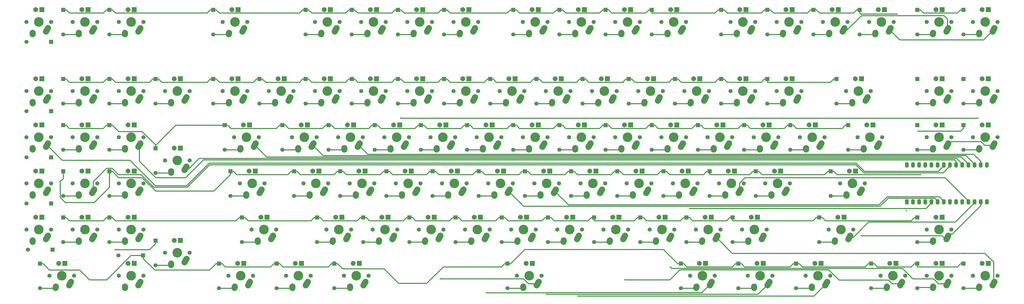
<source format=gtl>
G04 #@! TF.FileFunction,Copper,L1,Top,Signal*
%FSLAX46Y46*%
G04 Gerber Fmt 4.6, Leading zero omitted, Abs format (unit mm)*
G04 Created by KiCad (PCBNEW 4.0.2-stable) date Sunday, June 05, 2016 'AMt' 11:31:22 AM*
%MOMM*%
G01*
G04 APERTURE LIST*
%ADD10C,0.150000*%
%ADD11C,1.699260*%
%ADD12R,1.699260X1.699260*%
%ADD13C,3.987810*%
%ADD14C,1.701810*%
%ADD15C,2.500000*%
%ADD16R,2.000000X2.000000*%
%ADD17C,2.000000*%
%ADD18O,1.600000X2.300000*%
%ADD19C,0.609600*%
%ADD20C,0.381000*%
G04 APERTURE END LIST*
D10*
D11*
X286277540Y-119460520D03*
D12*
X286277540Y-109300520D03*
D11*
X419627540Y-138510520D03*
D12*
X419627540Y-128350520D03*
D13*
X428625000Y-133350000D03*
D14*
X433705000Y-133350000D03*
X423545000Y-133350000D03*
D15*
X431624547Y-137349954D02*
X432435453Y-135890046D01*
X426085276Y-138429328D02*
X426124724Y-137850672D01*
D16*
X429895000Y-128270000D03*
D17*
X427355000Y-128270000D03*
D11*
X400577540Y-138510520D03*
D12*
X400577540Y-128350520D03*
D13*
X409575000Y-133350000D03*
D14*
X414655000Y-133350000D03*
X404495000Y-133350000D03*
D15*
X412574547Y-137349954D02*
X413385453Y-135890046D01*
X407035276Y-138429328D02*
X407074724Y-137850672D01*
D16*
X410845000Y-128270000D03*
D17*
X408305000Y-128270000D03*
D11*
X381527540Y-138510520D03*
D12*
X381527540Y-128350520D03*
D13*
X390525000Y-133350000D03*
D14*
X395605000Y-133350000D03*
X385445000Y-133350000D03*
D15*
X393524547Y-137349954D02*
X394335453Y-135890046D01*
X387985276Y-138429328D02*
X388024724Y-137850672D01*
D16*
X391795000Y-128270000D03*
D17*
X389255000Y-128270000D03*
D11*
X350571290Y-138510520D03*
D12*
X350571290Y-128350520D03*
D13*
X359568750Y-133350000D03*
D14*
X364648750Y-133350000D03*
X354488750Y-133350000D03*
D15*
X362568297Y-137349954D02*
X363379203Y-135890046D01*
X357029026Y-138429328D02*
X357068474Y-137850672D01*
D16*
X360838750Y-128270000D03*
D17*
X358298750Y-128270000D03*
D11*
X326758790Y-138510520D03*
D12*
X326758790Y-128350520D03*
D13*
X335756250Y-133350000D03*
D14*
X340836250Y-133350000D03*
X330676250Y-133350000D03*
D15*
X338755797Y-137349954D02*
X339566703Y-135890046D01*
X333216526Y-138429328D02*
X333255974Y-137850672D01*
D16*
X337026250Y-128270000D03*
D17*
X334486250Y-128270000D03*
D11*
X303000000Y-138510520D03*
D12*
X303000000Y-128350520D03*
D13*
X311943750Y-133350000D03*
D14*
X317023750Y-133350000D03*
X306863750Y-133350000D03*
D15*
X314943297Y-137349954D02*
X315754203Y-135890046D01*
X309404026Y-138429328D02*
X309443474Y-137850672D01*
D16*
X313213750Y-128270000D03*
D17*
X310673750Y-128270000D03*
D11*
X231508790Y-138510520D03*
D12*
X231508790Y-128350520D03*
D13*
X240506250Y-133350000D03*
D14*
X245586250Y-133350000D03*
X235426250Y-133350000D03*
D15*
X243505797Y-137349954D02*
X244316703Y-135890046D01*
X237966526Y-138429328D02*
X238005974Y-137850672D01*
D16*
X241776250Y-128270000D03*
D17*
X239236250Y-128270000D03*
D11*
X160071290Y-138510520D03*
D12*
X160071290Y-128350520D03*
D13*
X169068750Y-133350000D03*
D14*
X174148750Y-133350000D03*
X163988750Y-133350000D03*
D15*
X172068297Y-137349954D02*
X172879203Y-135890046D01*
X166529026Y-138429328D02*
X166568474Y-137850672D01*
D16*
X170338750Y-128270000D03*
D17*
X167798750Y-128270000D03*
D11*
X136258790Y-138510520D03*
D12*
X136258790Y-128350520D03*
D13*
X145256250Y-133350000D03*
D14*
X150336250Y-133350000D03*
X140176250Y-133350000D03*
D15*
X148255797Y-137349954D02*
X149066703Y-135890046D01*
X142716526Y-138429328D02*
X142755974Y-137850672D01*
D16*
X146526250Y-128270000D03*
D17*
X143986250Y-128270000D03*
D11*
X112446290Y-138510520D03*
D12*
X112446290Y-128350520D03*
D13*
X121443750Y-133350000D03*
D14*
X126523750Y-133350000D03*
X116363750Y-133350000D03*
D15*
X124443297Y-137349954D02*
X125254203Y-135890046D01*
X118904026Y-138429328D02*
X118943474Y-137850672D01*
D16*
X122713750Y-128270000D03*
D17*
X120173750Y-128270000D03*
D11*
X71000000Y-125000000D03*
D12*
X81160000Y-125000000D03*
D13*
X76200000Y-133350000D03*
D14*
X81280000Y-133350000D03*
X71120000Y-133350000D03*
D15*
X79199547Y-137349954D02*
X80010453Y-135890046D01*
X73660276Y-138429328D02*
X73699724Y-137850672D01*
D16*
X77470000Y-128270000D03*
D17*
X74930000Y-128270000D03*
D11*
X38627540Y-138510520D03*
D12*
X38627540Y-128350520D03*
D13*
X47625000Y-133350000D03*
D14*
X52705000Y-133350000D03*
X42545000Y-133350000D03*
D15*
X50624547Y-137349954D02*
X51435453Y-135890046D01*
X45085276Y-138429328D02*
X45124724Y-137850672D01*
D16*
X48895000Y-128270000D03*
D17*
X46355000Y-128270000D03*
D11*
X400577540Y-119460520D03*
D12*
X400577540Y-109300520D03*
D13*
X409575000Y-114300000D03*
D14*
X414655000Y-114300000D03*
X404495000Y-114300000D03*
D15*
X412574547Y-118299954D02*
X413385453Y-116840046D01*
X407035276Y-119379328D02*
X407074724Y-118800672D01*
D16*
X410845000Y-109220000D03*
D17*
X408305000Y-109220000D03*
D11*
X360096290Y-119460520D03*
D12*
X360096290Y-109300520D03*
D13*
X369093750Y-114300000D03*
D14*
X374173750Y-114300000D03*
X364013750Y-114300000D03*
D15*
X372093297Y-118299954D02*
X372904203Y-116840046D01*
X366554026Y-119379328D02*
X366593474Y-118800672D01*
D16*
X370363750Y-109220000D03*
D17*
X367823750Y-109220000D03*
D11*
X324377540Y-119460520D03*
D12*
X324377540Y-109300520D03*
D13*
X333375000Y-114300000D03*
D14*
X338455000Y-114300000D03*
X328295000Y-114300000D03*
D15*
X336374547Y-118299954D02*
X337185453Y-116840046D01*
X330835276Y-119379328D02*
X330874724Y-118800672D01*
D16*
X334645000Y-109220000D03*
D17*
X332105000Y-109220000D03*
D11*
X305327540Y-119460520D03*
D12*
X305327540Y-109300520D03*
D13*
X314325000Y-114300000D03*
D14*
X319405000Y-114300000D03*
X309245000Y-114300000D03*
D15*
X317324547Y-118299954D02*
X318135453Y-116840046D01*
X311785276Y-119379328D02*
X311824724Y-118800672D01*
D16*
X315595000Y-109220000D03*
D17*
X313055000Y-109220000D03*
D13*
X295275000Y-114300000D03*
D14*
X300355000Y-114300000D03*
X290195000Y-114300000D03*
D15*
X298274547Y-118299954D02*
X299085453Y-116840046D01*
X292735276Y-119379328D02*
X292774724Y-118800672D01*
D16*
X296545000Y-109220000D03*
D17*
X294005000Y-109220000D03*
D11*
X267227540Y-119460520D03*
D12*
X267227540Y-109300520D03*
D13*
X276225000Y-114300000D03*
D14*
X281305000Y-114300000D03*
X271145000Y-114300000D03*
D15*
X279224547Y-118299954D02*
X280035453Y-116840046D01*
X273685276Y-119379328D02*
X273724724Y-118800672D01*
D16*
X277495000Y-109220000D03*
D17*
X274955000Y-109220000D03*
D11*
X248177540Y-119460520D03*
D12*
X248177540Y-109300520D03*
D13*
X257175000Y-114300000D03*
D14*
X262255000Y-114300000D03*
X252095000Y-114300000D03*
D15*
X260174547Y-118299954D02*
X260985453Y-116840046D01*
X254635276Y-119379328D02*
X254674724Y-118800672D01*
D16*
X258445000Y-109220000D03*
D17*
X255905000Y-109220000D03*
D11*
X229127540Y-119460520D03*
D12*
X229127540Y-109300520D03*
D13*
X238125000Y-114300000D03*
D14*
X243205000Y-114300000D03*
X233045000Y-114300000D03*
D15*
X241124547Y-118299954D02*
X241935453Y-116840046D01*
X235585276Y-119379328D02*
X235624724Y-118800672D01*
D16*
X239395000Y-109220000D03*
D17*
X236855000Y-109220000D03*
D11*
X210077540Y-119460520D03*
D12*
X210077540Y-109300520D03*
D13*
X219075000Y-114300000D03*
D14*
X224155000Y-114300000D03*
X213995000Y-114300000D03*
D15*
X222074547Y-118299954D02*
X222885453Y-116840046D01*
X216535276Y-119379328D02*
X216574724Y-118800672D01*
D16*
X220345000Y-109220000D03*
D17*
X217805000Y-109220000D03*
D11*
X191027540Y-119460520D03*
D12*
X191027540Y-109300520D03*
D13*
X200025000Y-114300000D03*
D14*
X205105000Y-114300000D03*
X194945000Y-114300000D03*
D15*
X203024547Y-118299954D02*
X203835453Y-116840046D01*
X197485276Y-119379328D02*
X197524724Y-118800672D01*
D16*
X201295000Y-109220000D03*
D17*
X198755000Y-109220000D03*
D11*
X171977540Y-119460520D03*
D12*
X171977540Y-109300520D03*
D13*
X180975000Y-114300000D03*
D14*
X186055000Y-114300000D03*
X175895000Y-114300000D03*
D15*
X183974547Y-118299954D02*
X184785453Y-116840046D01*
X178435276Y-119379328D02*
X178474724Y-118800672D01*
D16*
X182245000Y-109220000D03*
D17*
X179705000Y-109220000D03*
D11*
X152927540Y-119460520D03*
D12*
X152927540Y-109300520D03*
D13*
X161925000Y-114300000D03*
D14*
X167005000Y-114300000D03*
X156845000Y-114300000D03*
D15*
X164924547Y-118299954D02*
X165735453Y-116840046D01*
X159385276Y-119379328D02*
X159424724Y-118800672D01*
D16*
X163195000Y-109220000D03*
D17*
X160655000Y-109220000D03*
D11*
X121971290Y-119460520D03*
D12*
X121971290Y-109300520D03*
D13*
X130968750Y-114300000D03*
D14*
X136048750Y-114300000D03*
X125888750Y-114300000D03*
D15*
X133968297Y-118299954D02*
X134779203Y-116840046D01*
X128429026Y-119379328D02*
X128468474Y-118800672D01*
D16*
X132238750Y-109220000D03*
D17*
X129698750Y-109220000D03*
D11*
X86252540Y-128985520D03*
D12*
X86252540Y-118825520D03*
D13*
X95250000Y-123825000D03*
D14*
X100330000Y-123825000D03*
X90170000Y-123825000D03*
D15*
X98249547Y-127824954D02*
X99060453Y-126365046D01*
X92710276Y-128904328D02*
X92749724Y-128325672D01*
D16*
X96520000Y-118745000D03*
D17*
X93980000Y-118745000D03*
D11*
X67202540Y-119460520D03*
D12*
X67202540Y-109300520D03*
D13*
X76200000Y-114300000D03*
D14*
X81280000Y-114300000D03*
X71120000Y-114300000D03*
D15*
X79199547Y-118299954D02*
X80010453Y-116840046D01*
X73660276Y-119379328D02*
X73699724Y-118800672D01*
D16*
X77470000Y-109220000D03*
D17*
X74930000Y-109220000D03*
D11*
X48152540Y-119460520D03*
D12*
X48152540Y-109300520D03*
D13*
X57150000Y-114300000D03*
D14*
X62230000Y-114300000D03*
X52070000Y-114300000D03*
D15*
X60149547Y-118299954D02*
X60960453Y-116840046D01*
X54610276Y-119379328D02*
X54649724Y-118800672D01*
D16*
X58420000Y-109220000D03*
D17*
X55880000Y-109220000D03*
D11*
X33655000Y-122555000D03*
D12*
X43815000Y-122555000D03*
D13*
X38100000Y-114300000D03*
D14*
X43180000Y-114300000D03*
X33020000Y-114300000D03*
D15*
X41099547Y-118299954D02*
X41910453Y-116840046D01*
X35560276Y-119379328D02*
X35599724Y-118800672D01*
D16*
X39370000Y-109220000D03*
D17*
X36830000Y-109220000D03*
D11*
X364858790Y-100410520D03*
D12*
X364858790Y-90250520D03*
D13*
X373856250Y-95250000D03*
D14*
X378936250Y-95250000D03*
X368776250Y-95250000D03*
D15*
X376855797Y-99249954D02*
X377666703Y-97790046D01*
X371316526Y-100329328D02*
X371355974Y-99750672D01*
D16*
X375126250Y-90170000D03*
D17*
X372586250Y-90170000D03*
D11*
X333902540Y-100410520D03*
D12*
X333902540Y-90250520D03*
D13*
X342900000Y-95250000D03*
D14*
X347980000Y-95250000D03*
X337820000Y-95250000D03*
D15*
X345899547Y-99249954D02*
X346710453Y-97790046D01*
X340360276Y-100329328D02*
X340399724Y-99750672D01*
D16*
X344170000Y-90170000D03*
D17*
X341630000Y-90170000D03*
D11*
X314852540Y-100410520D03*
D12*
X314852540Y-90250520D03*
D13*
X323850000Y-95250000D03*
D14*
X328930000Y-95250000D03*
X318770000Y-95250000D03*
D15*
X326849547Y-99249954D02*
X327660453Y-97790046D01*
X321310276Y-100329328D02*
X321349724Y-99750672D01*
D16*
X325120000Y-90170000D03*
D17*
X322580000Y-90170000D03*
D11*
X295802540Y-100410520D03*
D12*
X295802540Y-90250520D03*
D13*
X304800000Y-95250000D03*
D14*
X309880000Y-95250000D03*
X299720000Y-95250000D03*
D15*
X307799547Y-99249954D02*
X308610453Y-97790046D01*
X302260276Y-100329328D02*
X302299724Y-99750672D01*
D16*
X306070000Y-90170000D03*
D17*
X303530000Y-90170000D03*
D11*
X276752540Y-100410520D03*
D12*
X276752540Y-90250520D03*
D13*
X285750000Y-95250000D03*
D14*
X290830000Y-95250000D03*
X280670000Y-95250000D03*
D15*
X288749547Y-99249954D02*
X289560453Y-97790046D01*
X283210276Y-100329328D02*
X283249724Y-99750672D01*
D16*
X287020000Y-90170000D03*
D17*
X284480000Y-90170000D03*
D11*
X257702540Y-100410520D03*
D12*
X257702540Y-90250520D03*
D13*
X266700000Y-95250000D03*
D14*
X271780000Y-95250000D03*
X261620000Y-95250000D03*
D15*
X269699547Y-99249954D02*
X270510453Y-97790046D01*
X264160276Y-100329328D02*
X264199724Y-99750672D01*
D16*
X267970000Y-90170000D03*
D17*
X265430000Y-90170000D03*
D11*
X238652540Y-100410520D03*
D12*
X238652540Y-90250520D03*
D13*
X247650000Y-95250000D03*
D14*
X252730000Y-95250000D03*
X242570000Y-95250000D03*
D15*
X250649547Y-99249954D02*
X251460453Y-97790046D01*
X245110276Y-100329328D02*
X245149724Y-99750672D01*
D16*
X248920000Y-90170000D03*
D17*
X246380000Y-90170000D03*
D11*
X219602540Y-100410520D03*
D12*
X219602540Y-90250520D03*
D13*
X228600000Y-95250000D03*
D14*
X233680000Y-95250000D03*
X223520000Y-95250000D03*
D15*
X231599547Y-99249954D02*
X232410453Y-97790046D01*
X226060276Y-100329328D02*
X226099724Y-99750672D01*
D16*
X229870000Y-90170000D03*
D17*
X227330000Y-90170000D03*
D11*
X200552540Y-100410520D03*
D12*
X200552540Y-90250520D03*
D13*
X209550000Y-95250000D03*
D14*
X214630000Y-95250000D03*
X204470000Y-95250000D03*
D15*
X212549547Y-99249954D02*
X213360453Y-97790046D01*
X207010276Y-100329328D02*
X207049724Y-99750672D01*
D16*
X210820000Y-90170000D03*
D17*
X208280000Y-90170000D03*
D11*
X181502540Y-100410520D03*
D12*
X181502540Y-90250520D03*
D13*
X190500000Y-95250000D03*
D14*
X195580000Y-95250000D03*
X185420000Y-95250000D03*
D15*
X193499547Y-99249954D02*
X194310453Y-97790046D01*
X187960276Y-100329328D02*
X187999724Y-99750672D01*
D16*
X191770000Y-90170000D03*
D17*
X189230000Y-90170000D03*
D11*
X162452540Y-100410520D03*
D12*
X162452540Y-90250520D03*
D13*
X171450000Y-95250000D03*
D14*
X176530000Y-95250000D03*
X166370000Y-95250000D03*
D15*
X174449547Y-99249954D02*
X175260453Y-97790046D01*
X168910276Y-100329328D02*
X168949724Y-99750672D01*
D16*
X172720000Y-90170000D03*
D17*
X170180000Y-90170000D03*
D11*
X143402540Y-100410520D03*
D12*
X143402540Y-90250520D03*
D13*
X152400000Y-95250000D03*
D14*
X157480000Y-95250000D03*
X147320000Y-95250000D03*
D15*
X155399547Y-99249954D02*
X156210453Y-97790046D01*
X149860276Y-100329328D02*
X149899724Y-99750672D01*
D16*
X153670000Y-90170000D03*
D17*
X151130000Y-90170000D03*
D11*
X117208790Y-100410520D03*
D12*
X117208790Y-90250520D03*
D13*
X126206250Y-95250000D03*
D14*
X131286250Y-95250000D03*
X121126250Y-95250000D03*
D15*
X129205797Y-99249954D02*
X130016703Y-97790046D01*
X123666526Y-100329328D02*
X123705974Y-99750672D01*
D16*
X127476250Y-90170000D03*
D17*
X124936250Y-90170000D03*
D11*
X67202540Y-100410520D03*
D12*
X67202540Y-90250520D03*
D13*
X76200000Y-95250000D03*
D14*
X81280000Y-95250000D03*
X71120000Y-95250000D03*
D15*
X79199547Y-99249954D02*
X80010453Y-97790046D01*
X73660276Y-100329328D02*
X73699724Y-99750672D01*
D16*
X77470000Y-90170000D03*
D17*
X74930000Y-90170000D03*
D11*
X48152540Y-100410520D03*
D12*
X48152540Y-90250520D03*
D13*
X57150000Y-95250000D03*
D14*
X62230000Y-95250000D03*
X52070000Y-95250000D03*
D15*
X60149547Y-99249954D02*
X60960453Y-97790046D01*
X54610276Y-100329328D02*
X54649724Y-99750672D01*
D16*
X58420000Y-90170000D03*
D17*
X55880000Y-90170000D03*
D11*
X33020000Y-103505000D03*
D12*
X43180000Y-103505000D03*
D13*
X38100000Y-95250000D03*
D14*
X43180000Y-95250000D03*
X33020000Y-95250000D03*
D15*
X41099547Y-99249954D02*
X41910453Y-97790046D01*
X35560276Y-100329328D02*
X35599724Y-99750672D01*
D16*
X39370000Y-90170000D03*
D17*
X36830000Y-90170000D03*
D11*
X419627540Y-81360520D03*
D12*
X419627540Y-71200520D03*
D13*
X428625000Y-76200000D03*
D14*
X433705000Y-76200000D03*
X423545000Y-76200000D03*
D15*
X431624547Y-80199954D02*
X432435453Y-78740046D01*
X426085276Y-81279328D02*
X426124724Y-80700672D01*
D16*
X429895000Y-71120000D03*
D17*
X427355000Y-71120000D03*
D11*
X400577540Y-81360520D03*
D12*
X400577540Y-71200520D03*
D13*
X409575000Y-76200000D03*
D14*
X414655000Y-76200000D03*
X404495000Y-76200000D03*
D15*
X412574547Y-80199954D02*
X413385453Y-78740046D01*
X407035276Y-81279328D02*
X407074724Y-80700672D01*
D16*
X410845000Y-71120000D03*
D17*
X408305000Y-71120000D03*
D11*
X372002540Y-81360520D03*
D12*
X372002540Y-71200520D03*
D13*
X381000000Y-76200000D03*
D14*
X386080000Y-76200000D03*
X375920000Y-76200000D03*
D15*
X383999547Y-80199954D02*
X384810453Y-78740046D01*
X378460276Y-81279328D02*
X378499724Y-80700672D01*
D16*
X382270000Y-71120000D03*
D17*
X379730000Y-71120000D03*
D11*
X348190040Y-81360520D03*
D12*
X348190040Y-71200520D03*
D13*
X357187500Y-76200000D03*
D14*
X362267500Y-76200000D03*
X352107500Y-76200000D03*
D15*
X360187047Y-80199954D02*
X360997953Y-78740046D01*
X354647776Y-81279328D02*
X354687224Y-80700672D01*
D16*
X358457500Y-71120000D03*
D17*
X355917500Y-71120000D03*
D11*
X329140040Y-81360520D03*
D12*
X329140040Y-71200520D03*
D13*
X338137500Y-76200000D03*
D14*
X343217500Y-76200000D03*
X333057500Y-76200000D03*
D15*
X341137047Y-80199954D02*
X341947953Y-78740046D01*
X335597776Y-81279328D02*
X335637224Y-80700672D01*
D16*
X339407500Y-71120000D03*
D17*
X336867500Y-71120000D03*
D11*
X310090040Y-81360520D03*
D12*
X310090040Y-71200520D03*
D13*
X319087500Y-76200000D03*
D14*
X324167500Y-76200000D03*
X314007500Y-76200000D03*
D15*
X322087047Y-80199954D02*
X322897953Y-78740046D01*
X316547776Y-81279328D02*
X316587224Y-80700672D01*
D16*
X320357500Y-71120000D03*
D17*
X317817500Y-71120000D03*
D11*
X291040040Y-81360520D03*
D12*
X291040040Y-71200520D03*
D13*
X300037500Y-76200000D03*
D14*
X305117500Y-76200000D03*
X294957500Y-76200000D03*
D15*
X303037047Y-80199954D02*
X303847953Y-78740046D01*
X297497776Y-81279328D02*
X297537224Y-80700672D01*
D16*
X301307500Y-71120000D03*
D17*
X298767500Y-71120000D03*
D11*
X271990040Y-81360520D03*
D12*
X271990040Y-71200520D03*
D13*
X280987500Y-76200000D03*
D14*
X286067500Y-76200000D03*
X275907500Y-76200000D03*
D15*
X283987047Y-80199954D02*
X284797953Y-78740046D01*
X278447776Y-81279328D02*
X278487224Y-80700672D01*
D16*
X282257500Y-71120000D03*
D17*
X279717500Y-71120000D03*
D11*
X252940040Y-81360520D03*
D12*
X252940040Y-71200520D03*
D13*
X261937500Y-76200000D03*
D14*
X267017500Y-76200000D03*
X256857500Y-76200000D03*
D15*
X264937047Y-80199954D02*
X265747953Y-78740046D01*
X259397776Y-81279328D02*
X259437224Y-80700672D01*
D16*
X263207500Y-71120000D03*
D17*
X260667500Y-71120000D03*
D11*
X233890040Y-81360520D03*
D12*
X233890040Y-71200520D03*
D13*
X242887500Y-76200000D03*
D14*
X247967500Y-76200000D03*
X237807500Y-76200000D03*
D15*
X245887047Y-80199954D02*
X246697953Y-78740046D01*
X240347776Y-81279328D02*
X240387224Y-80700672D01*
D16*
X244157500Y-71120000D03*
D17*
X241617500Y-71120000D03*
D11*
X214840040Y-81360520D03*
D12*
X214840040Y-71200520D03*
D13*
X223837500Y-76200000D03*
D14*
X228917500Y-76200000D03*
X218757500Y-76200000D03*
D15*
X226837047Y-80199954D02*
X227647953Y-78740046D01*
X221297776Y-81279328D02*
X221337224Y-80700672D01*
D16*
X225107500Y-71120000D03*
D17*
X222567500Y-71120000D03*
D11*
X195790040Y-81360520D03*
D12*
X195790040Y-71200520D03*
D13*
X204787500Y-76200000D03*
D14*
X209867500Y-76200000D03*
X199707500Y-76200000D03*
D15*
X207787047Y-80199954D02*
X208597953Y-78740046D01*
X202247776Y-81279328D02*
X202287224Y-80700672D01*
D16*
X206057500Y-71120000D03*
D17*
X203517500Y-71120000D03*
D11*
X176740040Y-81360520D03*
D12*
X176740040Y-71200520D03*
D13*
X185737500Y-76200000D03*
D14*
X190817500Y-76200000D03*
X180657500Y-76200000D03*
D15*
X188737047Y-80199954D02*
X189547953Y-78740046D01*
X183197776Y-81279328D02*
X183237224Y-80700672D01*
D16*
X187007500Y-71120000D03*
D17*
X184467500Y-71120000D03*
D11*
X157690040Y-81360520D03*
D12*
X157690040Y-71200520D03*
D13*
X166687500Y-76200000D03*
D14*
X171767500Y-76200000D03*
X161607500Y-76200000D03*
D15*
X169687047Y-80199954D02*
X170497953Y-78740046D01*
X164147776Y-81279328D02*
X164187224Y-80700672D01*
D16*
X167957500Y-71120000D03*
D17*
X165417500Y-71120000D03*
D11*
X138640040Y-81360520D03*
D12*
X138640040Y-71200520D03*
D13*
X147637500Y-76200000D03*
D14*
X152717500Y-76200000D03*
X142557500Y-76200000D03*
D15*
X150637047Y-80199954D02*
X151447953Y-78740046D01*
X145097776Y-81279328D02*
X145137224Y-80700672D01*
D16*
X148907500Y-71120000D03*
D17*
X146367500Y-71120000D03*
D11*
X114827540Y-81360520D03*
D12*
X114827540Y-71200520D03*
D13*
X123825000Y-76200000D03*
D14*
X128905000Y-76200000D03*
X118745000Y-76200000D03*
D15*
X126824547Y-80199954D02*
X127635453Y-78740046D01*
X121285276Y-81279328D02*
X121324724Y-80700672D01*
D16*
X125095000Y-71120000D03*
D17*
X122555000Y-71120000D03*
D11*
X86252540Y-90885520D03*
D12*
X86252540Y-80725520D03*
D13*
X95250000Y-85725000D03*
D14*
X100330000Y-85725000D03*
X90170000Y-85725000D03*
D15*
X98249547Y-89724954D02*
X99060453Y-88265046D01*
X92710276Y-90804328D02*
X92749724Y-90225672D01*
D16*
X96520000Y-80645000D03*
D17*
X93980000Y-80645000D03*
D11*
X67202540Y-81360520D03*
D12*
X67202540Y-71200520D03*
D13*
X76200000Y-76200000D03*
D14*
X81280000Y-76200000D03*
X71120000Y-76200000D03*
D15*
X79199547Y-80199954D02*
X80010453Y-78740046D01*
X73660276Y-81279328D02*
X73699724Y-80700672D01*
D16*
X77470000Y-71120000D03*
D17*
X74930000Y-71120000D03*
D11*
X48152540Y-81360520D03*
D12*
X48152540Y-71200520D03*
D13*
X57150000Y-76200000D03*
D14*
X62230000Y-76200000D03*
X52070000Y-76200000D03*
D15*
X60149547Y-80199954D02*
X60960453Y-78740046D01*
X54610276Y-81279328D02*
X54649724Y-80700672D01*
D16*
X58420000Y-71120000D03*
D17*
X55880000Y-71120000D03*
D11*
X33020000Y-84455000D03*
D12*
X43180000Y-84455000D03*
D13*
X38100000Y-76200000D03*
D14*
X43180000Y-76200000D03*
X33020000Y-76200000D03*
D15*
X41099547Y-80199954D02*
X41910453Y-78740046D01*
X35560276Y-81279328D02*
X35599724Y-80700672D01*
D16*
X39370000Y-71120000D03*
D17*
X36830000Y-71120000D03*
D11*
X419627540Y-62310520D03*
D12*
X419627540Y-52150520D03*
D13*
X428625000Y-57150000D03*
D14*
X433705000Y-57150000D03*
X423545000Y-57150000D03*
D15*
X431624547Y-61149954D02*
X432435453Y-59690046D01*
X426085276Y-62229328D02*
X426124724Y-61650672D01*
D16*
X429895000Y-52070000D03*
D17*
X427355000Y-52070000D03*
D11*
X400577540Y-62310520D03*
D12*
X400577540Y-52150520D03*
D13*
X409575000Y-57150000D03*
D14*
X414655000Y-57150000D03*
X404495000Y-57150000D03*
D15*
X412574547Y-61149954D02*
X413385453Y-59690046D01*
X407035276Y-62229328D02*
X407074724Y-61650672D01*
D16*
X410845000Y-52070000D03*
D17*
X408305000Y-52070000D03*
D11*
X367240040Y-62310520D03*
D12*
X367240040Y-52150520D03*
D13*
X376237500Y-57150000D03*
D14*
X381317500Y-57150000D03*
X371157500Y-57150000D03*
D15*
X379237047Y-61149954D02*
X380047953Y-59690046D01*
X373697776Y-62229328D02*
X373737224Y-61650672D01*
D16*
X377507500Y-52070000D03*
D17*
X374967500Y-52070000D03*
D11*
X338665040Y-62310520D03*
D12*
X338665040Y-52150520D03*
D13*
X347662500Y-57150000D03*
D14*
X352742500Y-57150000D03*
X342582500Y-57150000D03*
D15*
X350662047Y-61149954D02*
X351472953Y-59690046D01*
X345122776Y-62229328D02*
X345162224Y-61650672D01*
D16*
X348932500Y-52070000D03*
D17*
X346392500Y-52070000D03*
D11*
X319615040Y-62310520D03*
D12*
X319615040Y-52150520D03*
D13*
X328612500Y-57150000D03*
D14*
X333692500Y-57150000D03*
X323532500Y-57150000D03*
D15*
X331612047Y-61149954D02*
X332422953Y-59690046D01*
X326072776Y-62229328D02*
X326112224Y-61650672D01*
D16*
X329882500Y-52070000D03*
D17*
X327342500Y-52070000D03*
D11*
X300565040Y-62310520D03*
D12*
X300565040Y-52150520D03*
D13*
X309562500Y-57150000D03*
D14*
X314642500Y-57150000D03*
X304482500Y-57150000D03*
D15*
X312562047Y-61149954D02*
X313372953Y-59690046D01*
X307022776Y-62229328D02*
X307062224Y-61650672D01*
D16*
X310832500Y-52070000D03*
D17*
X308292500Y-52070000D03*
D11*
X281515040Y-62310520D03*
D12*
X281515040Y-52150520D03*
D13*
X290512500Y-57150000D03*
D14*
X295592500Y-57150000D03*
X285432500Y-57150000D03*
D15*
X293512047Y-61149954D02*
X294322953Y-59690046D01*
X287972776Y-62229328D02*
X288012224Y-61650672D01*
D16*
X291782500Y-52070000D03*
D17*
X289242500Y-52070000D03*
D11*
X262465040Y-62310520D03*
D12*
X262465040Y-52150520D03*
D13*
X271462500Y-57150000D03*
D14*
X276542500Y-57150000D03*
X266382500Y-57150000D03*
D15*
X274462047Y-61149954D02*
X275272953Y-59690046D01*
X268922776Y-62229328D02*
X268962224Y-61650672D01*
D16*
X272732500Y-52070000D03*
D17*
X270192500Y-52070000D03*
D11*
X243415040Y-62310520D03*
D12*
X243415040Y-52150520D03*
D13*
X252412500Y-57150000D03*
D14*
X257492500Y-57150000D03*
X247332500Y-57150000D03*
D15*
X255412047Y-61149954D02*
X256222953Y-59690046D01*
X249872776Y-62229328D02*
X249912224Y-61650672D01*
D16*
X253682500Y-52070000D03*
D17*
X251142500Y-52070000D03*
D11*
X224365040Y-62310520D03*
D12*
X224365040Y-52150520D03*
D13*
X233362500Y-57150000D03*
D14*
X238442500Y-57150000D03*
X228282500Y-57150000D03*
D15*
X236362047Y-61149954D02*
X237172953Y-59690046D01*
X230822776Y-62229328D02*
X230862224Y-61650672D01*
D16*
X234632500Y-52070000D03*
D17*
X232092500Y-52070000D03*
D11*
X205315040Y-62310520D03*
D12*
X205315040Y-52150520D03*
D13*
X214312500Y-57150000D03*
D14*
X219392500Y-57150000D03*
X209232500Y-57150000D03*
D15*
X217312047Y-61149954D02*
X218122953Y-59690046D01*
X211772776Y-62229328D02*
X211812224Y-61650672D01*
D16*
X215582500Y-52070000D03*
D17*
X213042500Y-52070000D03*
D11*
X186265040Y-62310520D03*
D12*
X186265040Y-52150520D03*
D13*
X195262500Y-57150000D03*
D14*
X200342500Y-57150000D03*
X190182500Y-57150000D03*
D15*
X198262047Y-61149954D02*
X199072953Y-59690046D01*
X192722776Y-62229328D02*
X192762224Y-61650672D01*
D16*
X196532500Y-52070000D03*
D17*
X193992500Y-52070000D03*
D11*
X167215040Y-62310520D03*
D12*
X167215040Y-52150520D03*
D13*
X176212500Y-57150000D03*
D14*
X181292500Y-57150000D03*
X171132500Y-57150000D03*
D15*
X179212047Y-61149954D02*
X180022953Y-59690046D01*
X173672776Y-62229328D02*
X173712224Y-61650672D01*
D16*
X177482500Y-52070000D03*
D17*
X174942500Y-52070000D03*
D11*
X148165040Y-62310520D03*
D12*
X148165040Y-52150520D03*
D13*
X157162500Y-57150000D03*
D14*
X162242500Y-57150000D03*
X152082500Y-57150000D03*
D15*
X160162047Y-61149954D02*
X160972953Y-59690046D01*
X154622776Y-62229328D02*
X154662224Y-61650672D01*
D16*
X158432500Y-52070000D03*
D17*
X155892500Y-52070000D03*
D11*
X129115040Y-62310520D03*
D12*
X129115040Y-52150520D03*
D13*
X138112500Y-57150000D03*
D14*
X143192500Y-57150000D03*
X133032500Y-57150000D03*
D15*
X141112047Y-61149954D02*
X141922953Y-59690046D01*
X135572776Y-62229328D02*
X135612224Y-61650672D01*
D16*
X139382500Y-52070000D03*
D17*
X136842500Y-52070000D03*
D11*
X110065040Y-62310520D03*
D12*
X110065040Y-52150520D03*
D13*
X119062500Y-57150000D03*
D14*
X124142500Y-57150000D03*
X113982500Y-57150000D03*
D15*
X122062047Y-61149954D02*
X122872953Y-59690046D01*
X116522776Y-62229328D02*
X116562224Y-61650672D01*
D16*
X120332500Y-52070000D03*
D17*
X117792500Y-52070000D03*
D11*
X86252540Y-62310520D03*
D12*
X86252540Y-52150520D03*
D13*
X95250000Y-57150000D03*
D14*
X100330000Y-57150000D03*
X90170000Y-57150000D03*
D15*
X98249547Y-61149954D02*
X99060453Y-59690046D01*
X92710276Y-62229328D02*
X92749724Y-61650672D01*
D16*
X96520000Y-52070000D03*
D17*
X93980000Y-52070000D03*
D11*
X67202540Y-62310520D03*
D12*
X67202540Y-52150520D03*
D13*
X76200000Y-57150000D03*
D14*
X81280000Y-57150000D03*
X71120000Y-57150000D03*
D15*
X79199547Y-61149954D02*
X80010453Y-59690046D01*
X73660276Y-62229328D02*
X73699724Y-61650672D01*
D16*
X77470000Y-52070000D03*
D17*
X74930000Y-52070000D03*
D11*
X48152540Y-62310520D03*
D12*
X48152540Y-52150520D03*
D13*
X57150000Y-57150000D03*
D14*
X62230000Y-57150000D03*
X52070000Y-57150000D03*
D15*
X60149547Y-61149954D02*
X60960453Y-59690046D01*
X54610276Y-62229328D02*
X54649724Y-61650672D01*
D16*
X58420000Y-52070000D03*
D17*
X55880000Y-52070000D03*
D11*
X33020000Y-65405000D03*
D12*
X43180000Y-65405000D03*
D13*
X38100000Y-57150000D03*
D14*
X43180000Y-57150000D03*
X33020000Y-57150000D03*
D15*
X41099547Y-61149954D02*
X41910453Y-59690046D01*
X35560276Y-62229328D02*
X35599724Y-61650672D01*
D16*
X39370000Y-52070000D03*
D17*
X36830000Y-52070000D03*
D11*
X419627540Y-33735520D03*
D12*
X419627540Y-23575520D03*
D13*
X428625000Y-28575000D03*
D14*
X433705000Y-28575000D03*
X423545000Y-28575000D03*
D15*
X431624547Y-32574954D02*
X432435453Y-31115046D01*
X426085276Y-33654328D02*
X426124724Y-33075672D01*
D16*
X429895000Y-23495000D03*
D17*
X427355000Y-23495000D03*
D11*
X400577540Y-33735520D03*
D12*
X400577540Y-23575520D03*
D13*
X409575000Y-28575000D03*
D14*
X414655000Y-28575000D03*
X404495000Y-28575000D03*
D15*
X412574547Y-32574954D02*
X413385453Y-31115046D01*
X407035276Y-33654328D02*
X407074724Y-33075672D01*
D16*
X410845000Y-23495000D03*
D17*
X408305000Y-23495000D03*
D11*
X376765040Y-33735520D03*
D12*
X376765040Y-23575520D03*
D13*
X385762500Y-28575000D03*
D14*
X390842500Y-28575000D03*
X380682500Y-28575000D03*
D15*
X388762047Y-32574954D02*
X389572953Y-31115046D01*
X383222776Y-33654328D02*
X383262224Y-33075672D01*
D16*
X387032500Y-23495000D03*
D17*
X384492500Y-23495000D03*
D11*
X357715040Y-33735520D03*
D12*
X357715040Y-23575520D03*
D13*
X366712500Y-28575000D03*
D14*
X371792500Y-28575000D03*
X361632500Y-28575000D03*
D15*
X369712047Y-32574954D02*
X370522953Y-31115046D01*
X364172776Y-33654328D02*
X364212224Y-33075672D01*
D16*
X367982500Y-23495000D03*
D17*
X365442500Y-23495000D03*
D11*
X338665040Y-33735520D03*
D12*
X338665040Y-23575520D03*
D13*
X347662500Y-28575000D03*
D14*
X352742500Y-28575000D03*
X342582500Y-28575000D03*
D15*
X350662047Y-32574954D02*
X351472953Y-31115046D01*
X345122776Y-33654328D02*
X345162224Y-33075672D01*
D16*
X348932500Y-23495000D03*
D17*
X346392500Y-23495000D03*
D11*
X319615040Y-33735520D03*
D12*
X319615040Y-23575520D03*
D13*
X328612500Y-28575000D03*
D14*
X333692500Y-28575000D03*
X323532500Y-28575000D03*
D15*
X331612047Y-32574954D02*
X332422953Y-31115046D01*
X326072776Y-33654328D02*
X326112224Y-33075672D01*
D16*
X329882500Y-23495000D03*
D17*
X327342500Y-23495000D03*
D11*
X291040040Y-33735520D03*
D12*
X291040040Y-23575520D03*
D13*
X300037500Y-28575000D03*
D14*
X305117500Y-28575000D03*
X294957500Y-28575000D03*
D15*
X303037047Y-32574954D02*
X303847953Y-31115046D01*
X297497776Y-33654328D02*
X297537224Y-33075672D01*
D16*
X301307500Y-23495000D03*
D17*
X298767500Y-23495000D03*
D11*
X271990040Y-33735520D03*
D12*
X271990040Y-23575520D03*
D13*
X280987500Y-28575000D03*
D14*
X286067500Y-28575000D03*
X275907500Y-28575000D03*
D15*
X283987047Y-32574954D02*
X284797953Y-31115046D01*
X278447776Y-33654328D02*
X278487224Y-33075672D01*
D16*
X282257500Y-23495000D03*
D17*
X279717500Y-23495000D03*
D11*
X252940040Y-33735520D03*
D12*
X252940040Y-23575520D03*
D13*
X261937500Y-28575000D03*
D14*
X267017500Y-28575000D03*
X256857500Y-28575000D03*
D15*
X264937047Y-32574954D02*
X265747953Y-31115046D01*
X259397776Y-33654328D02*
X259437224Y-33075672D01*
D16*
X263207500Y-23495000D03*
D17*
X260667500Y-23495000D03*
D11*
X233890040Y-33735520D03*
D12*
X233890040Y-23575520D03*
D13*
X242887500Y-28575000D03*
D14*
X247967500Y-28575000D03*
X237807500Y-28575000D03*
D15*
X245887047Y-32574954D02*
X246697953Y-31115046D01*
X240347776Y-33654328D02*
X240387224Y-33075672D01*
D16*
X244157500Y-23495000D03*
D17*
X241617500Y-23495000D03*
D11*
X205315040Y-33735520D03*
D12*
X205315040Y-23575520D03*
D13*
X214312500Y-28575000D03*
D14*
X219392500Y-28575000D03*
X209232500Y-28575000D03*
D15*
X217312047Y-32574954D02*
X218122953Y-31115046D01*
X211772776Y-33654328D02*
X211812224Y-33075672D01*
D16*
X215582500Y-23495000D03*
D17*
X213042500Y-23495000D03*
D11*
X186265040Y-33735520D03*
D12*
X186265040Y-23575520D03*
D13*
X195262500Y-28575000D03*
D14*
X200342500Y-28575000D03*
X190182500Y-28575000D03*
D15*
X198262047Y-32574954D02*
X199072953Y-31115046D01*
X192722776Y-33654328D02*
X192762224Y-33075672D01*
D16*
X196532500Y-23495000D03*
D17*
X193992500Y-23495000D03*
D11*
X167215040Y-33735520D03*
D12*
X167215040Y-23575520D03*
D13*
X176212500Y-28575000D03*
D14*
X181292500Y-28575000D03*
X171132500Y-28575000D03*
D15*
X179212047Y-32574954D02*
X180022953Y-31115046D01*
X173672776Y-33654328D02*
X173712224Y-33075672D01*
D16*
X177482500Y-23495000D03*
D17*
X174942500Y-23495000D03*
D11*
X148165040Y-33735520D03*
D12*
X148165040Y-23575520D03*
D13*
X157162500Y-28575000D03*
D14*
X162242500Y-28575000D03*
X152082500Y-28575000D03*
D15*
X160162047Y-32574954D02*
X160972953Y-31115046D01*
X154622776Y-33654328D02*
X154662224Y-33075672D01*
D16*
X158432500Y-23495000D03*
D17*
X155892500Y-23495000D03*
D11*
X110065040Y-33735520D03*
D12*
X110065040Y-23575520D03*
D13*
X119062500Y-28575000D03*
D14*
X124142500Y-28575000D03*
X113982500Y-28575000D03*
D15*
X122062047Y-32574954D02*
X122872953Y-31115046D01*
X116522776Y-33654328D02*
X116562224Y-33075672D01*
D16*
X120332500Y-23495000D03*
D17*
X117792500Y-23495000D03*
D11*
X67202540Y-33735520D03*
D12*
X67202540Y-23575520D03*
D13*
X76200000Y-28575000D03*
D14*
X81280000Y-28575000D03*
X71120000Y-28575000D03*
D15*
X79199547Y-32574954D02*
X80010453Y-31115046D01*
X73660276Y-33654328D02*
X73699724Y-33075672D01*
D16*
X77470000Y-23495000D03*
D17*
X74930000Y-23495000D03*
D11*
X48152540Y-33735520D03*
D12*
X48152540Y-23575520D03*
D13*
X57150000Y-28575000D03*
D14*
X62230000Y-28575000D03*
X52070000Y-28575000D03*
D15*
X60149547Y-32574954D02*
X60960453Y-31115046D01*
X54610276Y-33654328D02*
X54649724Y-33075672D01*
D16*
X58420000Y-23495000D03*
D17*
X55880000Y-23495000D03*
D11*
X33020000Y-36830000D03*
D12*
X43180000Y-36830000D03*
D13*
X38100000Y-28575000D03*
D14*
X43180000Y-28575000D03*
X33020000Y-28575000D03*
D15*
X41099547Y-32574954D02*
X41910453Y-31115046D01*
X35560276Y-33654328D02*
X35599724Y-33075672D01*
D16*
X39370000Y-23495000D03*
D17*
X36830000Y-23495000D03*
D18*
X396240000Y-102870000D03*
X398780000Y-102870000D03*
X401320000Y-102870000D03*
X403860000Y-102870000D03*
X406400000Y-102870000D03*
X408940000Y-102870000D03*
X411480000Y-102870000D03*
X414020000Y-102870000D03*
X416560000Y-102870000D03*
X419100000Y-102870000D03*
X421640000Y-102870000D03*
X424180000Y-102870000D03*
X426720000Y-102870000D03*
X429260000Y-102870000D03*
X429260000Y-87630000D03*
X426720000Y-87630000D03*
X424180000Y-87630000D03*
X421640000Y-87630000D03*
X419100000Y-87630000D03*
X416560000Y-87630000D03*
X414020000Y-87630000D03*
X411480000Y-87630000D03*
X408940000Y-87630000D03*
X406400000Y-87630000D03*
X403860000Y-87630000D03*
X401320000Y-87630000D03*
X398780000Y-87630000D03*
X396240000Y-87630000D03*
D19*
X392176000Y-25273000D03*
X69596000Y-122555000D03*
X401828000Y-91567000D03*
X400939000Y-73660000D03*
X306705000Y-105537000D03*
X222885000Y-140335000D03*
X247650000Y-140970000D03*
X187452000Y-68254500D03*
X425577000Y-68326000D03*
X203835000Y-134620000D03*
X377444000Y-116840000D03*
X260604000Y-141732000D03*
X280000000Y-135000000D03*
X298704000Y-129794000D03*
X420000000Y-124079000D03*
X396000000Y-106500000D03*
D20*
X291040040Y-23575520D02*
X291040040Y-24806150D01*
X291040040Y-24806150D02*
X291122591Y-24888701D01*
X291122591Y-24888701D02*
X317071229Y-24888701D01*
X317071229Y-24888701D02*
X318384410Y-23575520D01*
X318384410Y-23575520D02*
X319615040Y-23575520D01*
X271990040Y-23575520D02*
X273220670Y-23575520D01*
X273220670Y-23575520D02*
X274533851Y-24888701D01*
X274533851Y-24888701D02*
X288496229Y-24888701D01*
X288496229Y-24888701D02*
X289809410Y-23575520D01*
X289809410Y-23575520D02*
X291040040Y-23575520D01*
X252940040Y-23575520D02*
X254170670Y-23575520D01*
X254170670Y-23575520D02*
X255483851Y-24888701D01*
X255483851Y-24888701D02*
X269446229Y-24888701D01*
X270759410Y-23575520D02*
X271990040Y-23575520D01*
X269446229Y-24888701D02*
X270759410Y-23575520D01*
X233890040Y-23575520D02*
X235120670Y-23575520D01*
X235120670Y-23575520D02*
X236433851Y-24888701D01*
X250396229Y-24888701D02*
X251709410Y-23575520D01*
X236433851Y-24888701D02*
X250396229Y-24888701D01*
X251709410Y-23575520D02*
X252940040Y-23575520D01*
X205315040Y-23575520D02*
X206545670Y-23575520D01*
X206545670Y-23575520D02*
X207858851Y-24888701D01*
X207858851Y-24888701D02*
X231346229Y-24888701D01*
X231346229Y-24888701D02*
X232659410Y-23575520D01*
X232659410Y-23575520D02*
X233890040Y-23575520D01*
X186265040Y-23575520D02*
X187495670Y-23575520D01*
X187495670Y-23575520D02*
X188808851Y-24888701D01*
X188808851Y-24888701D02*
X202771229Y-24888701D01*
X202771229Y-24888701D02*
X204084410Y-23575520D01*
X204084410Y-23575520D02*
X205315040Y-23575520D01*
X167215040Y-23575520D02*
X168445670Y-23575520D01*
X183721229Y-24888701D02*
X185034410Y-23575520D01*
X168445670Y-23575520D02*
X169758851Y-24888701D01*
X169758851Y-24888701D02*
X183721229Y-24888701D01*
X185034410Y-23575520D02*
X186265040Y-23575520D01*
X148165040Y-23575520D02*
X149395670Y-23575520D01*
X149395670Y-23575520D02*
X150708851Y-24888701D01*
X150708851Y-24888701D02*
X164671229Y-24888701D01*
X164671229Y-24888701D02*
X165984410Y-23575520D01*
X165984410Y-23575520D02*
X167215040Y-23575520D01*
X110065040Y-23575520D02*
X111295670Y-23575520D01*
X111295670Y-23575520D02*
X112608851Y-24888701D01*
X145621229Y-24888701D02*
X146934410Y-23575520D01*
X112608851Y-24888701D02*
X145621229Y-24888701D01*
X146934410Y-23575520D02*
X148165040Y-23575520D01*
X392176000Y-25273000D02*
X377231890Y-25273000D01*
X377231890Y-25273000D02*
X376765040Y-24806150D01*
X376765040Y-24806150D02*
X376765040Y-23575520D01*
X357715040Y-23575520D02*
X358945670Y-23575520D01*
X374221229Y-24888701D02*
X375534410Y-23575520D01*
X358945670Y-23575520D02*
X360258851Y-24888701D01*
X360258851Y-24888701D02*
X374221229Y-24888701D01*
X375534410Y-23575520D02*
X376765040Y-23575520D01*
X338665040Y-23575520D02*
X339895670Y-23575520D01*
X339895670Y-23575520D02*
X341208851Y-24888701D01*
X341208851Y-24888701D02*
X355171229Y-24888701D01*
X355171229Y-24888701D02*
X356484410Y-23575520D01*
X356484410Y-23575520D02*
X357715040Y-23575520D01*
X319615040Y-23575520D02*
X320845670Y-23575520D01*
X320845670Y-23575520D02*
X322158851Y-24888701D01*
X322158851Y-24888701D02*
X336121229Y-24888701D01*
X336121229Y-24888701D02*
X337434410Y-23575520D01*
X337434410Y-23575520D02*
X338665040Y-23575520D01*
X48152540Y-23575520D02*
X49383170Y-23575520D01*
X49383170Y-23575520D02*
X50696351Y-24888701D01*
X65971910Y-23575520D02*
X67202540Y-23575520D01*
X50696351Y-24888701D02*
X64658729Y-24888701D01*
X64658729Y-24888701D02*
X65971910Y-23575520D01*
X67202540Y-23575520D02*
X68433170Y-23575520D01*
X68433170Y-23575520D02*
X69746351Y-24888701D01*
X69746351Y-24888701D02*
X107521229Y-24888701D01*
X107521229Y-24888701D02*
X108834410Y-23575520D01*
X108834410Y-23575520D02*
X110065040Y-23575520D01*
X48152540Y-33735520D02*
X54259480Y-33735520D01*
X54259480Y-33735520D02*
X54630000Y-33365000D01*
X67202540Y-33735520D02*
X73309480Y-33735520D01*
X73309480Y-33735520D02*
X73680000Y-33365000D01*
X110065040Y-33735520D02*
X116171980Y-33735520D01*
X116171980Y-33735520D02*
X116542500Y-33365000D01*
X148165040Y-33735520D02*
X154271980Y-33735520D01*
X154271980Y-33735520D02*
X154642500Y-33365000D01*
X167215040Y-33735520D02*
X173321980Y-33735520D01*
X173321980Y-33735520D02*
X173692500Y-33365000D01*
X186265040Y-33735520D02*
X192371980Y-33735520D01*
X192371980Y-33735520D02*
X192742500Y-33365000D01*
X205315040Y-33735520D02*
X211421980Y-33735520D01*
X211421980Y-33735520D02*
X211792500Y-33365000D01*
X233890040Y-33735520D02*
X239996980Y-33735520D01*
X239996980Y-33735520D02*
X240367500Y-33365000D01*
X252940040Y-33735520D02*
X259046980Y-33735520D01*
X259046980Y-33735520D02*
X259417500Y-33365000D01*
X271990040Y-33735520D02*
X278096980Y-33735520D01*
X278096980Y-33735520D02*
X278467500Y-33365000D01*
X291040040Y-33735520D02*
X297146980Y-33735520D01*
X297146980Y-33735520D02*
X297517500Y-33365000D01*
X319615040Y-33735520D02*
X325721980Y-33735520D01*
X325721980Y-33735520D02*
X326092500Y-33365000D01*
X338665040Y-33735520D02*
X344771980Y-33735520D01*
X344771980Y-33735520D02*
X345142500Y-33365000D01*
X357715040Y-33735520D02*
X363821980Y-33735520D01*
X363821980Y-33735520D02*
X364192500Y-33365000D01*
X376765040Y-33735520D02*
X382871980Y-33735520D01*
X382871980Y-33735520D02*
X383242500Y-33365000D01*
X400577540Y-33735520D02*
X406684480Y-33735520D01*
X406684480Y-33735520D02*
X407055000Y-33365000D01*
X238589940Y-122500000D02*
X295865140Y-122500000D01*
X295865140Y-122500000D02*
X301715660Y-128350520D01*
X301715660Y-128350520D02*
X302946290Y-128350520D01*
X232739420Y-128350520D02*
X238589940Y-122500000D01*
X205000000Y-129663701D02*
X228964979Y-129663701D01*
X186500000Y-136500000D02*
X198163701Y-136500000D01*
X198163701Y-136500000D02*
X205000000Y-129663701D01*
X180500000Y-130500000D02*
X186500000Y-136500000D01*
X163451400Y-130500000D02*
X180500000Y-130500000D01*
X161301920Y-128350520D02*
X163451400Y-130500000D01*
X108566180Y-131000000D02*
X111215660Y-128350520D01*
X111215660Y-128350520D02*
X112446290Y-128350520D01*
X85929370Y-131000000D02*
X108566180Y-131000000D01*
X81160000Y-125000000D02*
X81160000Y-126230630D01*
X81160000Y-126230630D02*
X85929370Y-131000000D01*
X81160000Y-125000000D02*
X76137322Y-125000000D01*
X76137322Y-125000000D02*
X66137322Y-135000000D01*
X66137322Y-135000000D02*
X66000000Y-135000000D01*
X59000000Y-135000000D02*
X66000000Y-135000000D01*
X54962394Y-130962394D02*
X59000000Y-135000000D01*
X39858170Y-128350520D02*
X42470044Y-130962394D01*
X42470044Y-130962394D02*
X54962394Y-130962394D01*
X400577540Y-23575520D02*
X401808170Y-23575520D01*
X401808170Y-23575520D02*
X403121351Y-24888701D01*
X403121351Y-24888701D02*
X417083729Y-24888701D01*
X417083729Y-24888701D02*
X418396910Y-23575520D01*
X418396910Y-23575520D02*
X419627540Y-23575520D01*
X231508790Y-128350520D02*
X232739420Y-128350520D01*
X400577540Y-128350520D02*
X400577540Y-129581150D01*
X400577540Y-129581150D02*
X400660091Y-129663701D01*
X400660091Y-129663701D02*
X417083729Y-129663701D01*
X417083729Y-129663701D02*
X418396910Y-128350520D01*
X418396910Y-128350520D02*
X419627540Y-128350520D01*
X381527540Y-128350520D02*
X382758170Y-128350520D01*
X382758170Y-128350520D02*
X384071351Y-129663701D01*
X384071351Y-129663701D02*
X398033729Y-129663701D01*
X398033729Y-129663701D02*
X399346910Y-128350520D01*
X399346910Y-128350520D02*
X400577540Y-128350520D01*
X350571290Y-128350520D02*
X351801920Y-128350520D01*
X351801920Y-128350520D02*
X353115101Y-129663701D01*
X378983729Y-129663701D02*
X380296910Y-128350520D01*
X353115101Y-129663701D02*
X378983729Y-129663701D01*
X380296910Y-128350520D02*
X381527540Y-128350520D01*
X326758790Y-128350520D02*
X327989420Y-128350520D01*
X327989420Y-128350520D02*
X329302601Y-129663701D01*
X329302601Y-129663701D02*
X348027479Y-129663701D01*
X348027479Y-129663701D02*
X349340660Y-128350520D01*
X349340660Y-128350520D02*
X350571290Y-128350520D01*
X302946290Y-128350520D02*
X304176920Y-128350520D01*
X304176920Y-128350520D02*
X305490101Y-129663701D01*
X305490101Y-129663701D02*
X324214979Y-129663701D01*
X324214979Y-129663701D02*
X325528160Y-128350520D01*
X325528160Y-128350520D02*
X326758790Y-128350520D01*
X160071290Y-128350520D02*
X161301920Y-128350520D01*
X228964979Y-129663701D02*
X230278160Y-128350520D01*
X230278160Y-128350520D02*
X231508790Y-128350520D01*
X136258790Y-128350520D02*
X137489420Y-128350520D01*
X137489420Y-128350520D02*
X138802601Y-129663701D01*
X138802601Y-129663701D02*
X157527479Y-129663701D01*
X157527479Y-129663701D02*
X158840660Y-128350520D01*
X158840660Y-128350520D02*
X160071290Y-128350520D01*
X112446290Y-128350520D02*
X113676920Y-128350520D01*
X113676920Y-128350520D02*
X114990101Y-129663701D01*
X133714979Y-129663701D02*
X135028160Y-128350520D01*
X114990101Y-129663701D02*
X133714979Y-129663701D01*
X135028160Y-128350520D02*
X136258790Y-128350520D01*
X38627540Y-128350520D02*
X39858170Y-128350520D01*
X419627540Y-33735520D02*
X425734480Y-33735520D01*
X425734480Y-33735520D02*
X426105000Y-33365000D01*
X338665040Y-52150520D02*
X338665040Y-53381150D01*
X338665040Y-53381150D02*
X338747591Y-53463701D01*
X338747591Y-53463701D02*
X364696229Y-53463701D01*
X364696229Y-53463701D02*
X366009410Y-52150520D01*
X366009410Y-52150520D02*
X367240040Y-52150520D01*
X319615040Y-52150520D02*
X320845670Y-52150520D01*
X337434410Y-52150520D02*
X338665040Y-52150520D01*
X320845670Y-52150520D02*
X322158851Y-53463701D01*
X322158851Y-53463701D02*
X336121229Y-53463701D01*
X336121229Y-53463701D02*
X337434410Y-52150520D01*
X300565040Y-52150520D02*
X301795670Y-52150520D01*
X301795670Y-52150520D02*
X303108851Y-53463701D01*
X317071229Y-53463701D02*
X318384410Y-52150520D01*
X318384410Y-52150520D02*
X319615040Y-52150520D01*
X303108851Y-53463701D02*
X317071229Y-53463701D01*
X281515040Y-52150520D02*
X282745670Y-52150520D01*
X282745670Y-52150520D02*
X284058851Y-53463701D01*
X284058851Y-53463701D02*
X298021229Y-53463701D01*
X298021229Y-53463701D02*
X299334410Y-52150520D01*
X299334410Y-52150520D02*
X300565040Y-52150520D01*
X262465040Y-52150520D02*
X263695670Y-52150520D01*
X263695670Y-52150520D02*
X265008851Y-53463701D01*
X265008851Y-53463701D02*
X278971229Y-53463701D01*
X278971229Y-53463701D02*
X280284410Y-52150520D01*
X280284410Y-52150520D02*
X281515040Y-52150520D01*
X265008851Y-53463701D02*
X279276299Y-53463701D01*
X243415040Y-52150520D02*
X244645670Y-52150520D01*
X244645670Y-52150520D02*
X245958851Y-53463701D01*
X261234410Y-52150520D02*
X262465040Y-52150520D01*
X245958851Y-53463701D02*
X259921229Y-53463701D01*
X259921229Y-53463701D02*
X261234410Y-52150520D01*
X224365040Y-52150520D02*
X225595670Y-52150520D01*
X225595670Y-52150520D02*
X226908851Y-53463701D01*
X226908851Y-53463701D02*
X240871229Y-53463701D01*
X240871229Y-53463701D02*
X242184410Y-52150520D01*
X242184410Y-52150520D02*
X243415040Y-52150520D01*
X205315040Y-52150520D02*
X206545670Y-52150520D01*
X206545670Y-52150520D02*
X207858851Y-53463701D01*
X207858851Y-53463701D02*
X221821229Y-53463701D01*
X223134410Y-52150520D02*
X224365040Y-52150520D01*
X221821229Y-53463701D02*
X223134410Y-52150520D01*
X186265040Y-52150520D02*
X187495670Y-52150520D01*
X187495670Y-52150520D02*
X188808851Y-53463701D01*
X188808851Y-53463701D02*
X202771229Y-53463701D01*
X202771229Y-53463701D02*
X204084410Y-52150520D01*
X204084410Y-52150520D02*
X205315040Y-52150520D01*
X167215040Y-52150520D02*
X168445670Y-52150520D01*
X168445670Y-52150520D02*
X169758851Y-53463701D01*
X169758851Y-53463701D02*
X183721229Y-53463701D01*
X183721229Y-53463701D02*
X185034410Y-52150520D01*
X185034410Y-52150520D02*
X186265040Y-52150520D01*
X148165040Y-52150520D02*
X149395670Y-52150520D01*
X149395670Y-52150520D02*
X150708851Y-53463701D01*
X150708851Y-53463701D02*
X164671229Y-53463701D01*
X164671229Y-53463701D02*
X165984410Y-52150520D01*
X165984410Y-52150520D02*
X167215040Y-52150520D01*
X129115040Y-52150520D02*
X130345670Y-52150520D01*
X130345670Y-52150520D02*
X131658851Y-53463701D01*
X131658851Y-53463701D02*
X145621229Y-53463701D01*
X145621229Y-53463701D02*
X146934410Y-52150520D01*
X146934410Y-52150520D02*
X148165040Y-52150520D01*
X110065040Y-52150520D02*
X111295670Y-52150520D01*
X111295670Y-52150520D02*
X112608851Y-53463701D01*
X112608851Y-53463701D02*
X126571229Y-53463701D01*
X126571229Y-53463701D02*
X127884410Y-52150520D01*
X127884410Y-52150520D02*
X129115040Y-52150520D01*
X86252540Y-52150520D02*
X87483170Y-52150520D01*
X108834410Y-52150520D02*
X110065040Y-52150520D01*
X87483170Y-52150520D02*
X88796351Y-53463701D01*
X88796351Y-53463701D02*
X107521229Y-53463701D01*
X107521229Y-53463701D02*
X108834410Y-52150520D01*
X67202540Y-52150520D02*
X68433170Y-52150520D01*
X68433170Y-52150520D02*
X69746351Y-53463701D01*
X69746351Y-53463701D02*
X83708729Y-53463701D01*
X83708729Y-53463701D02*
X85021910Y-52150520D01*
X85021910Y-52150520D02*
X86252540Y-52150520D01*
X48152540Y-52150520D02*
X49383170Y-52150520D01*
X49383170Y-52150520D02*
X50696351Y-53463701D01*
X50696351Y-53463701D02*
X64658729Y-53463701D01*
X64658729Y-53463701D02*
X65971910Y-52150520D01*
X65971910Y-52150520D02*
X67202540Y-52150520D01*
X48152540Y-62310520D02*
X54259480Y-62310520D01*
X54259480Y-62310520D02*
X54630000Y-61940000D01*
X67202540Y-62310520D02*
X73309480Y-62310520D01*
X73309480Y-62310520D02*
X73680000Y-61940000D01*
X86252540Y-62310520D02*
X92359480Y-62310520D01*
X92359480Y-62310520D02*
X92730000Y-61940000D01*
X110065040Y-62310520D02*
X116171980Y-62310520D01*
X116171980Y-62310520D02*
X116542500Y-61940000D01*
X129115040Y-62310520D02*
X135221980Y-62310520D01*
X135221980Y-62310520D02*
X135592500Y-61940000D01*
X148165040Y-62310520D02*
X154271980Y-62310520D01*
X154271980Y-62310520D02*
X154642500Y-61940000D01*
X167215040Y-62310520D02*
X173321980Y-62310520D01*
X173321980Y-62310520D02*
X173692500Y-61940000D01*
X186265040Y-62310520D02*
X192371980Y-62310520D01*
X192371980Y-62310520D02*
X192742500Y-61940000D01*
X205315040Y-62310520D02*
X211421980Y-62310520D01*
X211421980Y-62310520D02*
X211792500Y-61940000D01*
X224365040Y-62310520D02*
X230471980Y-62310520D01*
X230471980Y-62310520D02*
X230842500Y-61940000D01*
X243415040Y-62310520D02*
X249521980Y-62310520D01*
X249521980Y-62310520D02*
X249892500Y-61940000D01*
X262465040Y-62310520D02*
X268571980Y-62310520D01*
X268571980Y-62310520D02*
X268942500Y-61940000D01*
X281515040Y-62310520D02*
X287621980Y-62310520D01*
X287621980Y-62310520D02*
X287992500Y-61940000D01*
X300565040Y-62310520D02*
X306671980Y-62310520D01*
X306671980Y-62310520D02*
X307042500Y-61940000D01*
X319615040Y-62310520D02*
X325721980Y-62310520D01*
X325721980Y-62310520D02*
X326092500Y-61940000D01*
X338665040Y-62310520D02*
X344771980Y-62310520D01*
X344771980Y-62310520D02*
X345142500Y-61940000D01*
X367240040Y-62310520D02*
X373346980Y-62310520D01*
X373346980Y-62310520D02*
X373717500Y-61940000D01*
X400577540Y-62310520D02*
X406684480Y-62310520D01*
X406684480Y-62310520D02*
X407055000Y-61940000D01*
X419627540Y-62310520D02*
X425734480Y-62310520D01*
X425734480Y-62310520D02*
X426105000Y-61940000D01*
X271990040Y-71200520D02*
X273220670Y-71200520D01*
X274533851Y-72513701D02*
X288496229Y-72513701D01*
X273220670Y-71200520D02*
X274533851Y-72513701D01*
X288496229Y-72513701D02*
X289809410Y-71200520D01*
X289809410Y-71200520D02*
X291040040Y-71200520D01*
X252940040Y-71200520D02*
X254170670Y-71200520D01*
X254170670Y-71200520D02*
X255483851Y-72513701D01*
X270759410Y-71200520D02*
X271990040Y-71200520D01*
X255483851Y-72513701D02*
X269446229Y-72513701D01*
X269446229Y-72513701D02*
X270759410Y-71200520D01*
X214840040Y-71200520D02*
X216070670Y-71200520D01*
X216070670Y-71200520D02*
X217383851Y-72513701D01*
X217383851Y-72513701D02*
X231346229Y-72513701D01*
X231346229Y-72513701D02*
X232659410Y-71200520D01*
X232659410Y-71200520D02*
X233890040Y-71200520D01*
X195790040Y-71200520D02*
X197020670Y-71200520D01*
X197020670Y-71200520D02*
X198333851Y-72513701D01*
X198333851Y-72513701D02*
X212296229Y-72513701D01*
X212296229Y-72513701D02*
X213609410Y-71200520D01*
X213609410Y-71200520D02*
X214840040Y-71200520D01*
X233890040Y-71200520D02*
X235120670Y-71200520D01*
X235120670Y-71200520D02*
X236433851Y-72513701D01*
X236433851Y-72513701D02*
X250396229Y-72513701D01*
X250396229Y-72513701D02*
X251709410Y-71200520D01*
X251709410Y-71200520D02*
X252940040Y-71200520D01*
X176740040Y-71200520D02*
X177970670Y-71200520D01*
X177970670Y-71200520D02*
X179283851Y-72513701D01*
X179283851Y-72513701D02*
X193246229Y-72513701D01*
X193246229Y-72513701D02*
X194559410Y-71200520D01*
X194559410Y-71200520D02*
X195790040Y-71200520D01*
X157690040Y-71200520D02*
X158920670Y-71200520D01*
X158920670Y-71200520D02*
X160233851Y-72513701D01*
X160233851Y-72513701D02*
X174196229Y-72513701D01*
X174196229Y-72513701D02*
X175509410Y-71200520D01*
X175509410Y-71200520D02*
X176740040Y-71200520D01*
X86252540Y-80725520D02*
X86252540Y-79494890D01*
X86252540Y-79494890D02*
X94546910Y-71200520D01*
X94546910Y-71200520D02*
X113596910Y-71200520D01*
X113596910Y-71200520D02*
X114827540Y-71200520D01*
X67202540Y-71200520D02*
X68433170Y-71200520D01*
X68433170Y-71200520D02*
X71045044Y-73812394D01*
X71045044Y-73812394D02*
X80734412Y-73812394D01*
X80734412Y-73812394D02*
X86252540Y-79330522D01*
X86252540Y-79330522D02*
X86252540Y-79494890D01*
X138640040Y-71200520D02*
X139870670Y-71200520D01*
X139870670Y-71200520D02*
X141183851Y-72513701D01*
X141183851Y-72513701D02*
X155146229Y-72513701D01*
X155146229Y-72513701D02*
X156459410Y-71200520D01*
X156459410Y-71200520D02*
X157690040Y-71200520D01*
X114827540Y-71200520D02*
X116058170Y-71200520D01*
X116058170Y-71200520D02*
X117371351Y-72513701D01*
X117371351Y-72513701D02*
X136096229Y-72513701D01*
X136096229Y-72513701D02*
X137409410Y-71200520D01*
X137409410Y-71200520D02*
X138640040Y-71200520D01*
X48152540Y-71200520D02*
X49383170Y-71200520D01*
X49383170Y-71200520D02*
X50696351Y-72513701D01*
X50696351Y-72513701D02*
X64658729Y-72513701D01*
X65971910Y-71200520D02*
X67202540Y-71200520D01*
X64658729Y-72513701D02*
X65971910Y-71200520D01*
X291040040Y-71200520D02*
X292270670Y-71200520D01*
X292270670Y-71200520D02*
X293583851Y-72513701D01*
X293583851Y-72513701D02*
X307546229Y-72513701D01*
X307546229Y-72513701D02*
X308859410Y-71200520D01*
X308859410Y-71200520D02*
X310090040Y-71200520D01*
X310090040Y-71200520D02*
X311320670Y-71200520D01*
X311320670Y-71200520D02*
X312633851Y-72513701D01*
X312633851Y-72513701D02*
X326596229Y-72513701D01*
X326596229Y-72513701D02*
X327909410Y-71200520D01*
X327909410Y-71200520D02*
X329140040Y-71200520D01*
X329140040Y-71200520D02*
X330370670Y-71200520D01*
X330370670Y-71200520D02*
X331683851Y-72513701D01*
X331683851Y-72513701D02*
X345646229Y-72513701D01*
X345646229Y-72513701D02*
X346959410Y-71200520D01*
X346959410Y-71200520D02*
X348190040Y-71200520D01*
X348190040Y-71200520D02*
X349420670Y-71200520D01*
X349420670Y-71200520D02*
X350733851Y-72513701D01*
X350733851Y-72513701D02*
X369458729Y-72513701D01*
X369458729Y-72513701D02*
X370771910Y-71200520D01*
X370771910Y-71200520D02*
X372002540Y-71200520D01*
X48152540Y-81360520D02*
X54259480Y-81360520D01*
X54259480Y-81360520D02*
X54630000Y-80990000D01*
X67202540Y-81360520D02*
X73309480Y-81360520D01*
X73309480Y-81360520D02*
X73680000Y-80990000D01*
X86252540Y-90885520D02*
X92359480Y-90885520D01*
X92359480Y-90885520D02*
X92730000Y-90515000D01*
X114827540Y-81360520D02*
X120934480Y-81360520D01*
X120934480Y-81360520D02*
X121305000Y-80990000D01*
X138640040Y-81360520D02*
X144746980Y-81360520D01*
X144746980Y-81360520D02*
X145117500Y-80990000D01*
X157690040Y-81360520D02*
X163796980Y-81360520D01*
X163796980Y-81360520D02*
X164167500Y-80990000D01*
X176740040Y-81360520D02*
X182846980Y-81360520D01*
X182846980Y-81360520D02*
X183217500Y-80990000D01*
X195790040Y-81360520D02*
X201896980Y-81360520D01*
X201896980Y-81360520D02*
X202267500Y-80990000D01*
X214840040Y-81360520D02*
X220946980Y-81360520D01*
X220946980Y-81360520D02*
X221317500Y-80990000D01*
X233890040Y-81360520D02*
X239996980Y-81360520D01*
X239996980Y-81360520D02*
X240367500Y-80990000D01*
X252940040Y-81360520D02*
X259046980Y-81360520D01*
X259046980Y-81360520D02*
X259417500Y-80990000D01*
X271990040Y-81360520D02*
X278096980Y-81360520D01*
X278096980Y-81360520D02*
X278467500Y-80990000D01*
X291040040Y-81360520D02*
X297146980Y-81360520D01*
X297146980Y-81360520D02*
X297517500Y-80990000D01*
X310090040Y-81360520D02*
X316196980Y-81360520D01*
X316196980Y-81360520D02*
X316567500Y-80990000D01*
X329140040Y-81360520D02*
X335246980Y-81360520D01*
X335246980Y-81360520D02*
X335617500Y-80990000D01*
X348190040Y-81360520D02*
X354296980Y-81360520D01*
X354296980Y-81360520D02*
X354667500Y-80990000D01*
X372002540Y-81360520D02*
X378109480Y-81360520D01*
X378109480Y-81360520D02*
X378480000Y-80990000D01*
X400577540Y-81360520D02*
X406684480Y-81360520D01*
X406684480Y-81360520D02*
X407055000Y-80990000D01*
X60960000Y-103124000D02*
X67202540Y-96881460D01*
X67202540Y-96881460D02*
X67202540Y-90250520D01*
X49025889Y-103124000D02*
X60960000Y-103124000D01*
X48152540Y-90250520D02*
X48152540Y-93174558D01*
X48152540Y-93174558D02*
X46909209Y-94417889D01*
X46909209Y-94417889D02*
X46909209Y-101007320D01*
X46909209Y-101007320D02*
X49025889Y-103124000D01*
X69596000Y-122555000D02*
X83753690Y-122555000D01*
X83753690Y-122555000D02*
X86252540Y-120056150D01*
X86252540Y-120056150D02*
X86252540Y-118825520D01*
X397510000Y-91563701D02*
X400276299Y-91563701D01*
X367402601Y-91563701D02*
X397510000Y-91563701D01*
X397510000Y-91563701D02*
X401824701Y-91563701D01*
X401824701Y-91563701D02*
X401828000Y-91567000D01*
X364858790Y-90250520D02*
X366089420Y-90250520D01*
X366089420Y-90250520D02*
X367402601Y-91563701D01*
X403860000Y-87980000D02*
X403860000Y-87630000D01*
X238652540Y-90250520D02*
X239883170Y-90250520D01*
X239883170Y-90250520D02*
X241196351Y-91563701D01*
X241196351Y-91563701D02*
X255158729Y-91563701D01*
X255158729Y-91563701D02*
X256471910Y-90250520D01*
X256471910Y-90250520D02*
X257702540Y-90250520D01*
X219602540Y-90250520D02*
X220833170Y-90250520D01*
X220833170Y-90250520D02*
X222146351Y-91563701D01*
X222146351Y-91563701D02*
X236108729Y-91563701D01*
X236108729Y-91563701D02*
X237421910Y-90250520D01*
X237421910Y-90250520D02*
X238652540Y-90250520D01*
X200552540Y-90250520D02*
X201783170Y-90250520D01*
X217058729Y-91563701D02*
X218371910Y-90250520D01*
X201783170Y-90250520D02*
X203096351Y-91563701D01*
X203096351Y-91563701D02*
X217058729Y-91563701D01*
X218371910Y-90250520D02*
X219602540Y-90250520D01*
X333902540Y-90250520D02*
X335133170Y-90250520D01*
X335133170Y-90250520D02*
X336446351Y-91563701D01*
X363628160Y-90250520D02*
X364858790Y-90250520D01*
X336446351Y-91563701D02*
X362314979Y-91563701D01*
X362314979Y-91563701D02*
X363628160Y-90250520D01*
X314852540Y-90250520D02*
X314852540Y-91481150D01*
X314852540Y-91481150D02*
X314935091Y-91563701D01*
X331358729Y-91563701D02*
X332671910Y-90250520D01*
X314935091Y-91563701D02*
X331358729Y-91563701D01*
X332671910Y-90250520D02*
X333902540Y-90250520D01*
X295802540Y-90250520D02*
X297033170Y-90250520D01*
X297033170Y-90250520D02*
X298346351Y-91563701D01*
X298346351Y-91563701D02*
X312308729Y-91563701D01*
X312308729Y-91563701D02*
X313621910Y-90250520D01*
X313621910Y-90250520D02*
X314852540Y-90250520D01*
X276752540Y-90250520D02*
X277983170Y-90250520D01*
X277983170Y-90250520D02*
X279296351Y-91563701D01*
X279296351Y-91563701D02*
X293258729Y-91563701D01*
X293258729Y-91563701D02*
X294571910Y-90250520D01*
X294571910Y-90250520D02*
X295802540Y-90250520D01*
X257702540Y-90250520D02*
X258933170Y-90250520D01*
X258933170Y-90250520D02*
X260246351Y-91563701D01*
X260246351Y-91563701D02*
X274208729Y-91563701D01*
X274208729Y-91563701D02*
X275521910Y-90250520D01*
X275521910Y-90250520D02*
X276752540Y-90250520D01*
X181502540Y-90250520D02*
X182733170Y-90250520D01*
X199321910Y-90250520D02*
X200552540Y-90250520D01*
X182733170Y-90250520D02*
X184046351Y-91563701D01*
X184046351Y-91563701D02*
X198008729Y-91563701D01*
X198008729Y-91563701D02*
X199321910Y-90250520D01*
X162452540Y-90250520D02*
X163683170Y-90250520D01*
X178958729Y-91563701D02*
X180271910Y-90250520D01*
X163683170Y-90250520D02*
X164996351Y-91563701D01*
X164996351Y-91563701D02*
X178958729Y-91563701D01*
X180271910Y-90250520D02*
X181502540Y-90250520D01*
X143402540Y-90250520D02*
X144633170Y-90250520D01*
X144633170Y-90250520D02*
X145946351Y-91563701D01*
X145946351Y-91563701D02*
X159908729Y-91563701D01*
X159908729Y-91563701D02*
X161221910Y-90250520D01*
X161221910Y-90250520D02*
X162452540Y-90250520D01*
X117208790Y-90250520D02*
X118439420Y-90250520D01*
X118439420Y-90250520D02*
X119752601Y-91563701D01*
X119752601Y-91563701D02*
X140858729Y-91563701D01*
X140858729Y-91563701D02*
X142171910Y-90250520D01*
X142171910Y-90250520D02*
X143402540Y-90250520D01*
X117208790Y-90250520D02*
X117208790Y-91481150D01*
X117208790Y-91481150D02*
X110309418Y-98380522D01*
X110309418Y-98380522D02*
X86252540Y-98380522D01*
X67202540Y-90250520D02*
X68433170Y-90250520D01*
X68433170Y-90250520D02*
X71045044Y-92862394D01*
X71045044Y-92862394D02*
X80734412Y-92862394D01*
X80734412Y-92862394D02*
X86252540Y-98380522D01*
X419627540Y-81360520D02*
X425734480Y-81360520D01*
X425734480Y-81360520D02*
X426105000Y-80990000D01*
X400939000Y-73660000D02*
X418398690Y-73660000D01*
X418398690Y-73660000D02*
X419627540Y-72431150D01*
X419627540Y-72431150D02*
X419627540Y-71200520D01*
X67202540Y-109300520D02*
X68433170Y-109300520D01*
X68433170Y-109300520D02*
X69746351Y-110613701D01*
X69746351Y-110613701D02*
X119427479Y-110613701D01*
X119427479Y-110613701D02*
X120740660Y-109300520D01*
X120740660Y-109300520D02*
X121971290Y-109300520D01*
X360096290Y-109300520D02*
X361326920Y-109300520D01*
X361326920Y-109300520D02*
X362640101Y-110613701D01*
X362640101Y-110613701D02*
X398033729Y-110613701D01*
X398033729Y-110613701D02*
X399346910Y-109300520D01*
X399346910Y-109300520D02*
X400577540Y-109300520D01*
X406400000Y-87630000D02*
X406400000Y-87280000D01*
X210077540Y-109300520D02*
X211308170Y-109300520D01*
X211308170Y-109300520D02*
X212621351Y-110613701D01*
X212621351Y-110613701D02*
X226583729Y-110613701D01*
X226583729Y-110613701D02*
X227896910Y-109300520D01*
X227896910Y-109300520D02*
X229127540Y-109300520D01*
X191027540Y-109300520D02*
X192258170Y-109300520D01*
X192258170Y-109300520D02*
X193571351Y-110613701D01*
X207533729Y-110613701D02*
X208846910Y-109300520D01*
X208846910Y-109300520D02*
X210077540Y-109300520D01*
X193571351Y-110613701D02*
X207533729Y-110613701D01*
X324377540Y-109300520D02*
X324377540Y-110531150D01*
X324377540Y-110531150D02*
X324460091Y-110613701D01*
X324460091Y-110613701D02*
X357552479Y-110613701D01*
X357552479Y-110613701D02*
X358865660Y-109300520D01*
X358865660Y-109300520D02*
X360096290Y-109300520D01*
X305327540Y-109300520D02*
X306558170Y-109300520D01*
X306558170Y-109300520D02*
X307871351Y-110613701D01*
X307871351Y-110613701D02*
X321833729Y-110613701D01*
X321833729Y-110613701D02*
X323146910Y-109300520D01*
X323146910Y-109300520D02*
X324377540Y-109300520D01*
X286277540Y-109300520D02*
X287508170Y-109300520D01*
X287508170Y-109300520D02*
X288821351Y-110613701D01*
X288821351Y-110613701D02*
X302783729Y-110613701D01*
X302783729Y-110613701D02*
X304096910Y-109300520D01*
X304096910Y-109300520D02*
X305327540Y-109300520D01*
X267227540Y-109300520D02*
X267227540Y-110531150D01*
X267227540Y-110531150D02*
X267310091Y-110613701D01*
X267310091Y-110613701D02*
X283733729Y-110613701D01*
X283733729Y-110613701D02*
X285046910Y-109300520D01*
X285046910Y-109300520D02*
X286277540Y-109300520D01*
X248177540Y-109300520D02*
X249408170Y-109300520D01*
X249408170Y-109300520D02*
X250721351Y-110613701D01*
X250721351Y-110613701D02*
X264683729Y-110613701D01*
X264683729Y-110613701D02*
X265996910Y-109300520D01*
X265996910Y-109300520D02*
X267227540Y-109300520D01*
X229127540Y-109300520D02*
X230358170Y-109300520D01*
X230358170Y-109300520D02*
X231671351Y-110613701D01*
X231671351Y-110613701D02*
X245633729Y-110613701D01*
X245633729Y-110613701D02*
X246946910Y-109300520D01*
X246946910Y-109300520D02*
X248177540Y-109300520D01*
X171977540Y-109300520D02*
X173208170Y-109300520D01*
X174521351Y-110613701D02*
X188483729Y-110613701D01*
X173208170Y-109300520D02*
X174521351Y-110613701D01*
X188483729Y-110613701D02*
X189796910Y-109300520D01*
X189796910Y-109300520D02*
X191027540Y-109300520D01*
X152927540Y-109300520D02*
X154158170Y-109300520D01*
X154158170Y-109300520D02*
X155471351Y-110613701D01*
X155471351Y-110613701D02*
X169433729Y-110613701D01*
X169433729Y-110613701D02*
X170746910Y-109300520D01*
X170746910Y-109300520D02*
X171977540Y-109300520D01*
X121971290Y-109300520D02*
X123201920Y-109300520D01*
X123201920Y-109300520D02*
X124515101Y-110613701D01*
X124515101Y-110613701D02*
X150383729Y-110613701D01*
X150383729Y-110613701D02*
X151696910Y-109300520D01*
X151696910Y-109300520D02*
X152927540Y-109300520D01*
X48152540Y-109300520D02*
X49383170Y-109300520D01*
X49383170Y-109300520D02*
X50696351Y-110613701D01*
X50696351Y-110613701D02*
X64658729Y-110613701D01*
X64658729Y-110613701D02*
X65971910Y-109300520D01*
X65971910Y-109300520D02*
X67202540Y-109300520D01*
X48152540Y-100410520D02*
X54259480Y-100410520D01*
X54259480Y-100410520D02*
X54630000Y-100040000D01*
X67202540Y-100410520D02*
X73309480Y-100410520D01*
X73309480Y-100410520D02*
X73680000Y-100040000D01*
X117208790Y-100410520D02*
X123315730Y-100410520D01*
X123315730Y-100410520D02*
X123686250Y-100040000D01*
X143402540Y-100410520D02*
X149509480Y-100410520D01*
X149509480Y-100410520D02*
X149880000Y-100040000D01*
X162452540Y-100410520D02*
X168559480Y-100410520D01*
X168559480Y-100410520D02*
X168930000Y-100040000D01*
X181502540Y-100410520D02*
X187609480Y-100410520D01*
X187609480Y-100410520D02*
X187980000Y-100040000D01*
X200552540Y-100410520D02*
X206659480Y-100410520D01*
X206659480Y-100410520D02*
X207030000Y-100040000D01*
X219602540Y-100410520D02*
X225709480Y-100410520D01*
X225709480Y-100410520D02*
X226080000Y-100040000D01*
X238652540Y-100410520D02*
X244759480Y-100410520D01*
X244759480Y-100410520D02*
X245130000Y-100040000D01*
X257702540Y-100410520D02*
X263809480Y-100410520D01*
X263809480Y-100410520D02*
X264180000Y-100040000D01*
X276752540Y-100410520D02*
X282859480Y-100410520D01*
X282859480Y-100410520D02*
X283230000Y-100040000D01*
X295802540Y-100410520D02*
X301909480Y-100410520D01*
X301909480Y-100410520D02*
X302280000Y-100040000D01*
X314852540Y-100410520D02*
X320959480Y-100410520D01*
X320959480Y-100410520D02*
X321330000Y-100040000D01*
X333902540Y-100410520D02*
X340009480Y-100410520D01*
X340009480Y-100410520D02*
X340380000Y-100040000D01*
X364858790Y-100410520D02*
X370965730Y-100410520D01*
X370965730Y-100410520D02*
X371336250Y-100040000D01*
X48152540Y-119460520D02*
X54259480Y-119460520D01*
X54259480Y-119460520D02*
X54630000Y-119090000D01*
X67202540Y-119460520D02*
X73309480Y-119460520D01*
X73309480Y-119460520D02*
X73680000Y-119090000D01*
X86252540Y-128985520D02*
X92359480Y-128985520D01*
X92359480Y-128985520D02*
X92730000Y-128615000D01*
X121971290Y-119460520D02*
X128078230Y-119460520D01*
X128078230Y-119460520D02*
X128448750Y-119090000D01*
X152927540Y-119460520D02*
X159034480Y-119460520D01*
X159034480Y-119460520D02*
X159405000Y-119090000D01*
X171977540Y-119460520D02*
X178084480Y-119460520D01*
X178084480Y-119460520D02*
X178455000Y-119090000D01*
X191027540Y-119460520D02*
X197134480Y-119460520D01*
X197134480Y-119460520D02*
X197505000Y-119090000D01*
X210077540Y-119460520D02*
X216184480Y-119460520D01*
X216184480Y-119460520D02*
X216555000Y-119090000D01*
X229127540Y-119460520D02*
X235234480Y-119460520D01*
X235234480Y-119460520D02*
X235605000Y-119090000D01*
X248177540Y-119460520D02*
X254284480Y-119460520D01*
X254284480Y-119460520D02*
X254655000Y-119090000D01*
X267227540Y-119460520D02*
X273334480Y-119460520D01*
X273334480Y-119460520D02*
X273705000Y-119090000D01*
X286277540Y-119460520D02*
X292384480Y-119460520D01*
X292384480Y-119460520D02*
X292755000Y-119090000D01*
X305327540Y-119460520D02*
X311434480Y-119460520D01*
X311434480Y-119460520D02*
X311805000Y-119090000D01*
X324377540Y-119460520D02*
X330484480Y-119460520D01*
X330484480Y-119460520D02*
X330855000Y-119090000D01*
X360096290Y-119460520D02*
X366203230Y-119460520D01*
X366203230Y-119460520D02*
X366573750Y-119090000D01*
X400577540Y-119460520D02*
X406684480Y-119460520D01*
X406684480Y-119460520D02*
X407055000Y-119090000D01*
X38627540Y-138510520D02*
X44734480Y-138510520D01*
X44734480Y-138510520D02*
X45105000Y-138140000D01*
X73309480Y-138510520D02*
X73680000Y-138140000D01*
X112446290Y-138510520D02*
X118553230Y-138510520D01*
X118553230Y-138510520D02*
X118923750Y-138140000D01*
X136258790Y-138510520D02*
X142365730Y-138510520D01*
X142365730Y-138510520D02*
X142736250Y-138140000D01*
X160071290Y-138510520D02*
X166178230Y-138510520D01*
X166178230Y-138510520D02*
X166548750Y-138140000D01*
X231508790Y-138510520D02*
X237615730Y-138510520D01*
X237615730Y-138510520D02*
X237986250Y-138140000D01*
X302946290Y-138510520D02*
X309053230Y-138510520D01*
X309053230Y-138510520D02*
X309423750Y-138140000D01*
X326758790Y-138510520D02*
X332865730Y-138510520D01*
X332865730Y-138510520D02*
X333236250Y-138140000D01*
X350571290Y-138510520D02*
X356678230Y-138510520D01*
X356678230Y-138510520D02*
X357048750Y-138140000D01*
X381527540Y-138510520D02*
X387634480Y-138510520D01*
X387634480Y-138510520D02*
X388005000Y-138140000D01*
X407055000Y-138140000D02*
X400948060Y-138140000D01*
X400948060Y-138140000D02*
X400577540Y-138510520D01*
X419627540Y-138510520D02*
X425734480Y-138510520D01*
X425734480Y-138510520D02*
X426105000Y-138140000D01*
X375359108Y-86868000D02*
X108393803Y-86868000D01*
X108393803Y-86868000D02*
X99072013Y-96189790D01*
X99072013Y-96189790D02*
X86198452Y-96189790D01*
X86198452Y-96189790D02*
X75706993Y-85698331D01*
X75706993Y-85698331D02*
X47733331Y-85698331D01*
X47733331Y-85698331D02*
X42494984Y-80459984D01*
X42494984Y-80459984D02*
X41505000Y-79470000D01*
X409239210Y-90220790D02*
X378711898Y-90220790D01*
X378711898Y-90220790D02*
X375359108Y-86868000D01*
X411480000Y-87630000D02*
X411480000Y-87980000D01*
X411480000Y-87980000D02*
X409239210Y-90220790D01*
X98679000Y-92837000D02*
X86363889Y-92837000D01*
X86363889Y-92837000D02*
X79605000Y-86078111D01*
X79605000Y-86078111D02*
X79605000Y-81479178D01*
X79605000Y-81479178D02*
X79605000Y-79470000D01*
X105994160Y-85521840D02*
X98679000Y-92837000D01*
X415982840Y-85521840D02*
X105994160Y-85521840D01*
X416560000Y-87630000D02*
X416560000Y-86099000D01*
X416560000Y-86099000D02*
X415982840Y-85521840D01*
X170092500Y-79470000D02*
X173807500Y-83185000D01*
X173807500Y-83185000D02*
X423806000Y-83185000D01*
X423806000Y-83185000D02*
X426720000Y-86099000D01*
X426720000Y-86099000D02*
X426720000Y-87630000D01*
X404083000Y-105537000D02*
X306705000Y-105537000D01*
X406400000Y-102870000D02*
X406400000Y-103220000D01*
X406400000Y-103220000D02*
X404083000Y-105537000D01*
X223316052Y-140335000D02*
X222885000Y-140335000D01*
X247251216Y-140335000D02*
X223316052Y-140335000D01*
X247314718Y-140271498D02*
X247251216Y-140335000D01*
X311697252Y-140271498D02*
X247314718Y-140271498D01*
X315348750Y-136620000D02*
X311697252Y-140271498D01*
X424180000Y-87630000D02*
X424180000Y-87280000D01*
X152032484Y-80459984D02*
X151042500Y-79470000D01*
X424180000Y-87280000D02*
X420669210Y-83769210D01*
X155341710Y-83769210D02*
X152032484Y-80459984D01*
X420669210Y-83769210D02*
X155341710Y-83769210D01*
X393322500Y-36000000D02*
X389167500Y-31845000D01*
X432030000Y-31845000D02*
X428000000Y-35875000D01*
X393322500Y-36000000D02*
X427875000Y-36000000D01*
X427875000Y-36000000D02*
X428000000Y-35875000D01*
X432030000Y-79470000D02*
X428361342Y-79470000D01*
X428361342Y-79470000D02*
X426857152Y-77965810D01*
X426857152Y-77965810D02*
X414484190Y-77965810D01*
X414484190Y-77965810D02*
X412980000Y-79470000D01*
X385191000Y-104648000D02*
X238133000Y-104648000D01*
X238133000Y-104648000D02*
X232005000Y-98520000D01*
X388512710Y-101326290D02*
X385191000Y-104648000D01*
X408940000Y-102870000D02*
X408940000Y-102520000D01*
X408940000Y-102520000D02*
X407746290Y-101326290D01*
X407746290Y-101326290D02*
X388512710Y-101326290D01*
X339161250Y-136620000D02*
X334811250Y-140970000D01*
X334811250Y-140970000D02*
X247650000Y-140970000D01*
X421640000Y-87630000D02*
X421640000Y-87280000D01*
X421640000Y-87280000D02*
X418713420Y-84353420D01*
X418713420Y-84353420D02*
X132113420Y-84353420D01*
X132113420Y-84353420D02*
X128219984Y-80459984D01*
X128219984Y-80459984D02*
X127230000Y-79470000D01*
X425577000Y-68326000D02*
X187523500Y-68326000D01*
X187523500Y-68326000D02*
X187452000Y-68254500D01*
X240125000Y-136620000D02*
X238125000Y-134620000D01*
X238125000Y-134620000D02*
X203835000Y-134620000D01*
X243911250Y-136620000D02*
X240125000Y-136620000D01*
X411543499Y-25971501D02*
X412980000Y-27408002D01*
X412980000Y-27408002D02*
X412980000Y-31845000D01*
X370117500Y-31845000D02*
X371647385Y-31845000D01*
X371647385Y-31845000D02*
X377520884Y-25971501D01*
X377520884Y-25971501D02*
X411543499Y-25971501D01*
X377444000Y-116840000D02*
X394970000Y-116840000D01*
X412980000Y-117570000D02*
X411450115Y-117570000D01*
X394970000Y-116840000D02*
X395276462Y-116840000D01*
X411450115Y-117570000D02*
X410720115Y-116840000D01*
X410720115Y-116840000D02*
X394970000Y-116840000D01*
X412980000Y-117570000D02*
X414484190Y-116065810D01*
X414484190Y-116065810D02*
X415055190Y-116065810D01*
X415055190Y-116065810D02*
X426720000Y-104401000D01*
X426720000Y-104401000D02*
X426720000Y-102870000D01*
X419100000Y-87630000D02*
X419100000Y-87280000D01*
X419100000Y-87280000D02*
X416757630Y-84937630D01*
X416757630Y-84937630D02*
X104242255Y-84937630D01*
X104242255Y-84937630D02*
X100184885Y-88995000D01*
X100184885Y-88995000D02*
X98655000Y-88995000D01*
X384759210Y-104063790D02*
X256598790Y-104063790D01*
X256598790Y-104063790D02*
X251055000Y-98520000D01*
X388080920Y-100742080D02*
X384759210Y-104063790D01*
X411480000Y-102870000D02*
X411480000Y-102520000D01*
X411480000Y-102520000D02*
X409702080Y-100742080D01*
X409702080Y-100742080D02*
X388080920Y-100742080D01*
X260604000Y-141732000D02*
X357861750Y-141732000D01*
X357861750Y-141732000D02*
X362973750Y-136620000D01*
X302613789Y-130886211D02*
X298500000Y-135000000D01*
X298500000Y-135000000D02*
X280000000Y-135000000D01*
X364026979Y-130886211D02*
X304500000Y-130886211D01*
X304500000Y-130886211D02*
X302613789Y-130886211D01*
X368300000Y-135159232D02*
X364026979Y-130886211D01*
X390176000Y-136620000D02*
X388715232Y-135159232D01*
X388715232Y-135159232D02*
X368300000Y-135159232D01*
X393930000Y-136620000D02*
X390176000Y-136620000D01*
X394399018Y-130302000D02*
X299212000Y-130302000D01*
X299212000Y-130302000D02*
X298704000Y-129794000D01*
X412980000Y-136620000D02*
X409311342Y-136620000D01*
X409311342Y-136620000D02*
X407285948Y-134594606D01*
X398691624Y-134594606D02*
X394399018Y-130302000D01*
X407285948Y-134594606D02*
X398691624Y-134594606D01*
X324239000Y-124079000D02*
X420000000Y-124079000D01*
X420000000Y-124079000D02*
X428000000Y-124079000D01*
X432030000Y-136620000D02*
X432030000Y-127696338D01*
X432030000Y-127696338D02*
X428412662Y-124079000D01*
X428412662Y-124079000D02*
X428000000Y-124079000D01*
X317730000Y-117570000D02*
X324239000Y-124079000D01*
X421640000Y-102870000D02*
X421640000Y-102520000D01*
X421640000Y-102520000D02*
X411982394Y-92862394D01*
X411982394Y-92862394D02*
X329475588Y-92862394D01*
X329475588Y-92862394D02*
X327255000Y-95082982D01*
X327255000Y-95082982D02*
X327255000Y-96510822D01*
X327255000Y-96510822D02*
X327255000Y-98520000D01*
X424180000Y-102870000D02*
X424180000Y-103220000D01*
X424180000Y-103220000D02*
X416202089Y-111197911D01*
X380400724Y-111197911D02*
X374028635Y-117570000D01*
X416202089Y-111197911D02*
X380400724Y-111197911D01*
X374028635Y-117570000D02*
X372498750Y-117570000D01*
X414020000Y-87630000D02*
X414020000Y-87980000D01*
X99314000Y-96774000D02*
X85472214Y-96774000D01*
X414020000Y-87980000D02*
X411195000Y-90805000D01*
X70923643Y-91563701D02*
X68367131Y-89007189D01*
X411195000Y-90805000D02*
X378469912Y-90805000D01*
X375167912Y-87503000D02*
X108585000Y-87503000D01*
X85472214Y-96774000D02*
X80261915Y-91563701D01*
X378469912Y-90805000D02*
X375167912Y-87503000D01*
X60555000Y-94490138D02*
X60555000Y-96510822D01*
X108585000Y-87503000D02*
X99314000Y-96774000D01*
X80261915Y-91563701D02*
X70923643Y-91563701D01*
X60555000Y-96510822D02*
X60555000Y-98520000D01*
X68367131Y-89007189D02*
X66037949Y-89007189D01*
X66037949Y-89007189D02*
X60555000Y-94490138D01*
M02*

</source>
